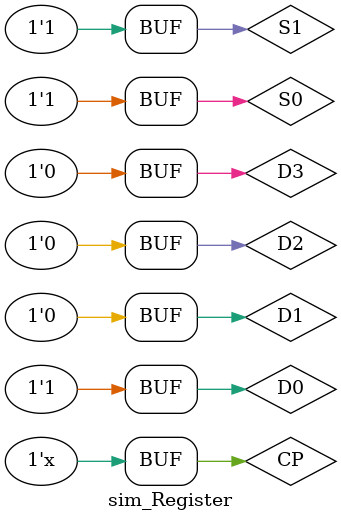
<source format=v>
`timescale 1ns / 1ps


module sim_Register();
    //ÊäÈë
    reg CP;
    reg S1;//Á½¸öÊ¹ÄÜ¶Ë£¬¸ßµçÆ½ÓÐÐ§
    reg S0;
    reg D3;
    reg D2;
    reg D1;
    reg D0;
    //Êä³ö
    wire Q3;
    wire Q2;
    wire Q1;
    wire Q0;
    initial begin
        S1 = 1;
        S0 = 1;
        CP = 1;
        {D3,D2,D1,D0} = 0;
        {D3,D2,D1,D0} = #10 {D3,D2,D1,D0}+ 1;
        {D3,D2,D1,D0} = #10 {D3,D2,D1,D0}+ 1;
        {D3,D2,D1,D0} = #10 {D3,D2,D1,D0}+ 1;
        {D3,D2,D1,D0} = #10 {D3,D2,D1,D0}+ 1;
        {D3,D2,D1,D0} = #10 {D3,D2,D1,D0}+ 1;
        {D3,D2,D1,D0} = #10 {D3,D2,D1,D0}+ 1;
        {D3,D2,D1,D0} = #10 {D3,D2,D1,D0}+ 1;
        {D3,D2,D1,D0} = #10 {D3,D2,D1,D0}+ 1;
        {D3,D2,D1,D0} = #10 {D3,D2,D1,D0}+ 1;
        {D3,D2,D1,D0} = #10 {D3,D2,D1,D0}+ 1;
        {D3,D2,D1,D0} = #10 {D3,D2,D1,D0}+ 1;
        {D3,D2,D1,D0} = #10 {D3,D2,D1,D0}+ 1;
        {D3,D2,D1,D0} = #10 {D3,D2,D1,D0}+ 1;
        {D3,D2,D1,D0} = #10 {D3,D2,D1,D0}+ 1;
        {D3,D2,D1,D0} = #10 {D3,D2,D1,D0}+ 1;
        {D3,D2,D1,D0} = #10 {D3,D2,D1,D0}+ 1;
        {D3,D2,D1,D0} = #10 {D3,D2,D1,D0}+ 1;
    end
    always # 5 begin
        CP = ~CP;
    end
    _74LS194_Register test_74LS194(CP,S1,S0,D3,D2,D1,D0,Q3,Q2,Q1,Q0);
endmodule

</source>
